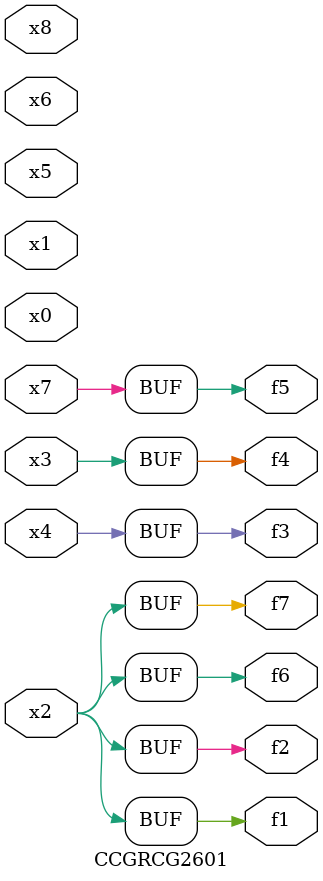
<source format=v>
module CCGRCG2601(
	input x0, x1, x2, x3, x4, x5, x6, x7, x8,
	output f1, f2, f3, f4, f5, f6, f7
);
	assign f1 = x2;
	assign f2 = x2;
	assign f3 = x4;
	assign f4 = x3;
	assign f5 = x7;
	assign f6 = x2;
	assign f7 = x2;
endmodule

</source>
